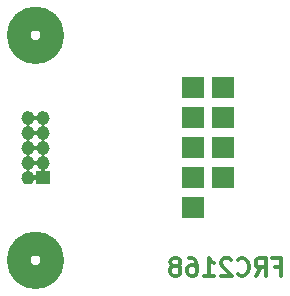
<source format=gbr>
G04 #@! TF.GenerationSoftware,KiCad,Pcbnew,(5.1.4)-1*
G04 #@! TF.CreationDate,2020-01-13T04:09:21-05:00*
G04 #@! TF.ProjectId,SRXBreakout,53525842-7265-4616-9b6f-75742e6b6963,rev?*
G04 #@! TF.SameCoordinates,Original*
G04 #@! TF.FileFunction,Soldermask,Bot*
G04 #@! TF.FilePolarity,Negative*
%FSLAX46Y46*%
G04 Gerber Fmt 4.6, Leading zero omitted, Abs format (unit mm)*
G04 Created by KiCad (PCBNEW (5.1.4)-1) date 2020-01-13 04:09:21*
%MOMM*%
%LPD*%
G04 APERTURE LIST*
%ADD10C,2.000000*%
%ADD11C,0.375000*%
%ADD12C,0.100000*%
G04 APERTURE END LIST*
D10*
X156994903Y-123825000D02*
G75*
G03X156994903Y-123825000I-1419903J0D01*
G01*
X156994903Y-104775000D02*
G75*
G03X156994903Y-104775000I-1419903J0D01*
G01*
D11*
X175846857Y-124352857D02*
X176346857Y-124352857D01*
X176346857Y-125138571D02*
X176346857Y-123638571D01*
X175632571Y-123638571D01*
X174204000Y-125138571D02*
X174704000Y-124424285D01*
X175061142Y-125138571D02*
X175061142Y-123638571D01*
X174489714Y-123638571D01*
X174346857Y-123710000D01*
X174275428Y-123781428D01*
X174204000Y-123924285D01*
X174204000Y-124138571D01*
X174275428Y-124281428D01*
X174346857Y-124352857D01*
X174489714Y-124424285D01*
X175061142Y-124424285D01*
X172704000Y-124995714D02*
X172775428Y-125067142D01*
X172989714Y-125138571D01*
X173132571Y-125138571D01*
X173346857Y-125067142D01*
X173489714Y-124924285D01*
X173561142Y-124781428D01*
X173632571Y-124495714D01*
X173632571Y-124281428D01*
X173561142Y-123995714D01*
X173489714Y-123852857D01*
X173346857Y-123710000D01*
X173132571Y-123638571D01*
X172989714Y-123638571D01*
X172775428Y-123710000D01*
X172704000Y-123781428D01*
X172132571Y-123781428D02*
X172061142Y-123710000D01*
X171918285Y-123638571D01*
X171561142Y-123638571D01*
X171418285Y-123710000D01*
X171346857Y-123781428D01*
X171275428Y-123924285D01*
X171275428Y-124067142D01*
X171346857Y-124281428D01*
X172204000Y-125138571D01*
X171275428Y-125138571D01*
X169846857Y-125138571D02*
X170704000Y-125138571D01*
X170275428Y-125138571D02*
X170275428Y-123638571D01*
X170418285Y-123852857D01*
X170561142Y-123995714D01*
X170704000Y-124067142D01*
X168561142Y-123638571D02*
X168846857Y-123638571D01*
X168989714Y-123710000D01*
X169061142Y-123781428D01*
X169204000Y-123995714D01*
X169275428Y-124281428D01*
X169275428Y-124852857D01*
X169204000Y-124995714D01*
X169132571Y-125067142D01*
X168989714Y-125138571D01*
X168704000Y-125138571D01*
X168561142Y-125067142D01*
X168489714Y-124995714D01*
X168418285Y-124852857D01*
X168418285Y-124495714D01*
X168489714Y-124352857D01*
X168561142Y-124281428D01*
X168704000Y-124210000D01*
X168989714Y-124210000D01*
X169132571Y-124281428D01*
X169204000Y-124352857D01*
X169275428Y-124495714D01*
X167561142Y-124281428D02*
X167704000Y-124210000D01*
X167775428Y-124138571D01*
X167846857Y-123995714D01*
X167846857Y-123924285D01*
X167775428Y-123781428D01*
X167704000Y-123710000D01*
X167561142Y-123638571D01*
X167275428Y-123638571D01*
X167132571Y-123710000D01*
X167061142Y-123781428D01*
X166989714Y-123924285D01*
X166989714Y-123995714D01*
X167061142Y-124138571D01*
X167132571Y-124210000D01*
X167275428Y-124281428D01*
X167561142Y-124281428D01*
X167704000Y-124352857D01*
X167775428Y-124424285D01*
X167846857Y-124567142D01*
X167846857Y-124852857D01*
X167775428Y-124995714D01*
X167704000Y-125067142D01*
X167561142Y-125138571D01*
X167275428Y-125138571D01*
X167132571Y-125067142D01*
X167061142Y-124995714D01*
X166989714Y-124852857D01*
X166989714Y-124567142D01*
X167061142Y-124424285D01*
X167132571Y-124352857D01*
X167275428Y-124281428D01*
D12*
G36*
X169811000Y-120281000D02*
G01*
X168009000Y-120281000D01*
X168009000Y-118479000D01*
X169811000Y-118479000D01*
X169811000Y-120281000D01*
X169811000Y-120281000D01*
G37*
G36*
X172351000Y-117741000D02*
G01*
X170549000Y-117741000D01*
X170549000Y-115939000D01*
X172351000Y-115939000D01*
X172351000Y-117741000D01*
X172351000Y-117741000D01*
G37*
G36*
X169811000Y-117741000D02*
G01*
X168009000Y-117741000D01*
X168009000Y-115939000D01*
X169811000Y-115939000D01*
X169811000Y-117741000D01*
X169811000Y-117741000D01*
G37*
G36*
X155048015Y-111216973D02*
G01*
X155151879Y-111248479D01*
X155179055Y-111263005D01*
X155247600Y-111299643D01*
X155331501Y-111368499D01*
X155400357Y-111452400D01*
X155436995Y-111520945D01*
X155451521Y-111548121D01*
X155455388Y-111560869D01*
X155464760Y-111583496D01*
X155478374Y-111603870D01*
X155495701Y-111621197D01*
X155516075Y-111634811D01*
X155538714Y-111644188D01*
X155562747Y-111648969D01*
X155587251Y-111648969D01*
X155611285Y-111644189D01*
X155633924Y-111634812D01*
X155654298Y-111621198D01*
X155671625Y-111603871D01*
X155685239Y-111583497D01*
X155694612Y-111560869D01*
X155698479Y-111548121D01*
X155713005Y-111520945D01*
X155749643Y-111452400D01*
X155818499Y-111368499D01*
X155902400Y-111299643D01*
X155970945Y-111263005D01*
X155998121Y-111248479D01*
X156101985Y-111216973D01*
X156182933Y-111209000D01*
X156237067Y-111209000D01*
X156318015Y-111216973D01*
X156421879Y-111248479D01*
X156449055Y-111263005D01*
X156517600Y-111299643D01*
X156601501Y-111368499D01*
X156670357Y-111452400D01*
X156706995Y-111520945D01*
X156721521Y-111548121D01*
X156753027Y-111651985D01*
X156763666Y-111760000D01*
X156753027Y-111868015D01*
X156721521Y-111971879D01*
X156721519Y-111971882D01*
X156670357Y-112067600D01*
X156601501Y-112151501D01*
X156517600Y-112220357D01*
X156449055Y-112256995D01*
X156421879Y-112271521D01*
X156409131Y-112275388D01*
X156386504Y-112284760D01*
X156366130Y-112298374D01*
X156348803Y-112315701D01*
X156335189Y-112336075D01*
X156325812Y-112358714D01*
X156321031Y-112382747D01*
X156321031Y-112407251D01*
X156325811Y-112431285D01*
X156335188Y-112453924D01*
X156348802Y-112474298D01*
X156366129Y-112491625D01*
X156386503Y-112505239D01*
X156409131Y-112514612D01*
X156421879Y-112518479D01*
X156449055Y-112533005D01*
X156517600Y-112569643D01*
X156601501Y-112638499D01*
X156670357Y-112722400D01*
X156706995Y-112790945D01*
X156721521Y-112818121D01*
X156753027Y-112921985D01*
X156763666Y-113030000D01*
X156753027Y-113138015D01*
X156721521Y-113241879D01*
X156721519Y-113241882D01*
X156670357Y-113337600D01*
X156601501Y-113421501D01*
X156517600Y-113490357D01*
X156449055Y-113526995D01*
X156421879Y-113541521D01*
X156409131Y-113545388D01*
X156386504Y-113554760D01*
X156366130Y-113568374D01*
X156348803Y-113585701D01*
X156335189Y-113606075D01*
X156325812Y-113628714D01*
X156321031Y-113652747D01*
X156321031Y-113677251D01*
X156325811Y-113701285D01*
X156335188Y-113723924D01*
X156348802Y-113744298D01*
X156366129Y-113761625D01*
X156386503Y-113775239D01*
X156409131Y-113784612D01*
X156421879Y-113788479D01*
X156449055Y-113803005D01*
X156517600Y-113839643D01*
X156601501Y-113908499D01*
X156670357Y-113992400D01*
X156706995Y-114060945D01*
X156721521Y-114088121D01*
X156753027Y-114191985D01*
X156763666Y-114300000D01*
X156753027Y-114408015D01*
X156721521Y-114511879D01*
X156721519Y-114511882D01*
X156670357Y-114607600D01*
X156601501Y-114691501D01*
X156517600Y-114760357D01*
X156449055Y-114796995D01*
X156421879Y-114811521D01*
X156409131Y-114815388D01*
X156386504Y-114824760D01*
X156366130Y-114838374D01*
X156348803Y-114855701D01*
X156335189Y-114876075D01*
X156325812Y-114898714D01*
X156321031Y-114922747D01*
X156321031Y-114947251D01*
X156325811Y-114971285D01*
X156335188Y-114993924D01*
X156348802Y-115014298D01*
X156366129Y-115031625D01*
X156386503Y-115045239D01*
X156409131Y-115054612D01*
X156421879Y-115058479D01*
X156449055Y-115073005D01*
X156517600Y-115109643D01*
X156601501Y-115178499D01*
X156670357Y-115262400D01*
X156706995Y-115330945D01*
X156721521Y-115358121D01*
X156753027Y-115461985D01*
X156763666Y-115570000D01*
X156753027Y-115678015D01*
X156721521Y-115781879D01*
X156721519Y-115781882D01*
X156670357Y-115877600D01*
X156619967Y-115939000D01*
X156601501Y-115961501D01*
X156517600Y-116030356D01*
X156473807Y-116053764D01*
X156453437Y-116067375D01*
X156436110Y-116084702D01*
X156422496Y-116105076D01*
X156413119Y-116127715D01*
X156408338Y-116151748D01*
X156408338Y-116176252D01*
X156413118Y-116200286D01*
X156422495Y-116222924D01*
X156436109Y-116243299D01*
X156453436Y-116260626D01*
X156473810Y-116274240D01*
X156496449Y-116283617D01*
X156520482Y-116288398D01*
X156532735Y-116289000D01*
X156761000Y-116289000D01*
X156761000Y-117391000D01*
X155659000Y-117391000D01*
X155659000Y-117162735D01*
X155656598Y-117138349D01*
X155649485Y-117114900D01*
X155637934Y-117093289D01*
X155622389Y-117074347D01*
X155603447Y-117058802D01*
X155581836Y-117047251D01*
X155558387Y-117040138D01*
X155534001Y-117037736D01*
X155509615Y-117040138D01*
X155486166Y-117047251D01*
X155464555Y-117058802D01*
X155445613Y-117074347D01*
X155430068Y-117093289D01*
X155423767Y-117103802D01*
X155400356Y-117147600D01*
X155400355Y-117147601D01*
X155331501Y-117231501D01*
X155247600Y-117300357D01*
X155179055Y-117336995D01*
X155151879Y-117351521D01*
X155048015Y-117383027D01*
X154967067Y-117391000D01*
X154912933Y-117391000D01*
X154831985Y-117383027D01*
X154728121Y-117351521D01*
X154700945Y-117336995D01*
X154632400Y-117300357D01*
X154548499Y-117231501D01*
X154479643Y-117147600D01*
X154440489Y-117074347D01*
X154428479Y-117051879D01*
X154396973Y-116948015D01*
X154386334Y-116840000D01*
X154396973Y-116731985D01*
X154428479Y-116628121D01*
X154468338Y-116553551D01*
X154479643Y-116532400D01*
X154548499Y-116448499D01*
X154632400Y-116379643D01*
X154700945Y-116343005D01*
X154728121Y-116328479D01*
X154740869Y-116324612D01*
X154763496Y-116315240D01*
X154783870Y-116301626D01*
X154801197Y-116284299D01*
X154814811Y-116263925D01*
X154824188Y-116241286D01*
X154828969Y-116217253D01*
X154828969Y-116192749D01*
X154828969Y-116192747D01*
X155051031Y-116192747D01*
X155051031Y-116217251D01*
X155055811Y-116241285D01*
X155065188Y-116263924D01*
X155078802Y-116284298D01*
X155096129Y-116301625D01*
X155116503Y-116315239D01*
X155139131Y-116324612D01*
X155151879Y-116328479D01*
X155179055Y-116343005D01*
X155247600Y-116379643D01*
X155331501Y-116448499D01*
X155400356Y-116532400D01*
X155423764Y-116576193D01*
X155437375Y-116596563D01*
X155454702Y-116613890D01*
X155475076Y-116627504D01*
X155497715Y-116636881D01*
X155521748Y-116641662D01*
X155546252Y-116641662D01*
X155570286Y-116636882D01*
X155592924Y-116627505D01*
X155613299Y-116613891D01*
X155630626Y-116596564D01*
X155644240Y-116576190D01*
X155653617Y-116553551D01*
X155658398Y-116529518D01*
X155659000Y-116517265D01*
X155659000Y-116289000D01*
X155887265Y-116289000D01*
X155911651Y-116286598D01*
X155935100Y-116279485D01*
X155956711Y-116267934D01*
X155975653Y-116252389D01*
X155991198Y-116233447D01*
X156002749Y-116211836D01*
X156009862Y-116188387D01*
X156012264Y-116164001D01*
X156009862Y-116139615D01*
X156002749Y-116116166D01*
X155991198Y-116094555D01*
X155975653Y-116075613D01*
X155956711Y-116060068D01*
X155946198Y-116053767D01*
X155902400Y-116030356D01*
X155818499Y-115961501D01*
X155800033Y-115939000D01*
X155749643Y-115877600D01*
X155698481Y-115781882D01*
X155698479Y-115781879D01*
X155694612Y-115769131D01*
X155685240Y-115746504D01*
X155671626Y-115726130D01*
X155654299Y-115708803D01*
X155633925Y-115695189D01*
X155611286Y-115685812D01*
X155587253Y-115681031D01*
X155562749Y-115681031D01*
X155538715Y-115685811D01*
X155516076Y-115695188D01*
X155495702Y-115708802D01*
X155478375Y-115726129D01*
X155464761Y-115746503D01*
X155455388Y-115769131D01*
X155451521Y-115781879D01*
X155451519Y-115781882D01*
X155400357Y-115877600D01*
X155331501Y-115961501D01*
X155247600Y-116030357D01*
X155192014Y-116060068D01*
X155151879Y-116081521D01*
X155139131Y-116085388D01*
X155116504Y-116094760D01*
X155096130Y-116108374D01*
X155078803Y-116125701D01*
X155065189Y-116146075D01*
X155055812Y-116168714D01*
X155051031Y-116192747D01*
X154828969Y-116192747D01*
X154824189Y-116168715D01*
X154814812Y-116146076D01*
X154801198Y-116125702D01*
X154783871Y-116108375D01*
X154763497Y-116094761D01*
X154740869Y-116085388D01*
X154728121Y-116081521D01*
X154687986Y-116060068D01*
X154632400Y-116030357D01*
X154548499Y-115961501D01*
X154479643Y-115877600D01*
X154428481Y-115781882D01*
X154428479Y-115781879D01*
X154396973Y-115678015D01*
X154386334Y-115570000D01*
X154396973Y-115461985D01*
X154428479Y-115358121D01*
X154443005Y-115330945D01*
X154479643Y-115262400D01*
X154548499Y-115178499D01*
X154632400Y-115109643D01*
X154700945Y-115073005D01*
X154728121Y-115058479D01*
X154740869Y-115054612D01*
X154763496Y-115045240D01*
X154783870Y-115031626D01*
X154801197Y-115014299D01*
X154814811Y-114993925D01*
X154824188Y-114971286D01*
X154828969Y-114947253D01*
X154828969Y-114922749D01*
X154828969Y-114922747D01*
X155051031Y-114922747D01*
X155051031Y-114947251D01*
X155055811Y-114971285D01*
X155065188Y-114993924D01*
X155078802Y-115014298D01*
X155096129Y-115031625D01*
X155116503Y-115045239D01*
X155139131Y-115054612D01*
X155151879Y-115058479D01*
X155179055Y-115073005D01*
X155247600Y-115109643D01*
X155331501Y-115178499D01*
X155400357Y-115262400D01*
X155436995Y-115330945D01*
X155451521Y-115358121D01*
X155455388Y-115370869D01*
X155464760Y-115393496D01*
X155478374Y-115413870D01*
X155495701Y-115431197D01*
X155516075Y-115444811D01*
X155538714Y-115454188D01*
X155562747Y-115458969D01*
X155587251Y-115458969D01*
X155611285Y-115454189D01*
X155633924Y-115444812D01*
X155654298Y-115431198D01*
X155671625Y-115413871D01*
X155685239Y-115393497D01*
X155694612Y-115370869D01*
X155698479Y-115358121D01*
X155713005Y-115330945D01*
X155749643Y-115262400D01*
X155818499Y-115178499D01*
X155902400Y-115109643D01*
X155970945Y-115073005D01*
X155998121Y-115058479D01*
X156010869Y-115054612D01*
X156033496Y-115045240D01*
X156053870Y-115031626D01*
X156071197Y-115014299D01*
X156084811Y-114993925D01*
X156094188Y-114971286D01*
X156098969Y-114947253D01*
X156098969Y-114922749D01*
X156094189Y-114898715D01*
X156084812Y-114876076D01*
X156071198Y-114855702D01*
X156053871Y-114838375D01*
X156033497Y-114824761D01*
X156010869Y-114815388D01*
X155998121Y-114811521D01*
X155970945Y-114796995D01*
X155902400Y-114760357D01*
X155818499Y-114691501D01*
X155749643Y-114607600D01*
X155698481Y-114511882D01*
X155698479Y-114511879D01*
X155694612Y-114499131D01*
X155685240Y-114476504D01*
X155671626Y-114456130D01*
X155654299Y-114438803D01*
X155633925Y-114425189D01*
X155611286Y-114415812D01*
X155587253Y-114411031D01*
X155562749Y-114411031D01*
X155538715Y-114415811D01*
X155516076Y-114425188D01*
X155495702Y-114438802D01*
X155478375Y-114456129D01*
X155464761Y-114476503D01*
X155455388Y-114499131D01*
X155451521Y-114511879D01*
X155451519Y-114511882D01*
X155400357Y-114607600D01*
X155331501Y-114691501D01*
X155247600Y-114760357D01*
X155179055Y-114796995D01*
X155151879Y-114811521D01*
X155139131Y-114815388D01*
X155116504Y-114824760D01*
X155096130Y-114838374D01*
X155078803Y-114855701D01*
X155065189Y-114876075D01*
X155055812Y-114898714D01*
X155051031Y-114922747D01*
X154828969Y-114922747D01*
X154824189Y-114898715D01*
X154814812Y-114876076D01*
X154801198Y-114855702D01*
X154783871Y-114838375D01*
X154763497Y-114824761D01*
X154740869Y-114815388D01*
X154728121Y-114811521D01*
X154700945Y-114796995D01*
X154632400Y-114760357D01*
X154548499Y-114691501D01*
X154479643Y-114607600D01*
X154428481Y-114511882D01*
X154428479Y-114511879D01*
X154396973Y-114408015D01*
X154386334Y-114300000D01*
X154396973Y-114191985D01*
X154428479Y-114088121D01*
X154443005Y-114060945D01*
X154479643Y-113992400D01*
X154548499Y-113908499D01*
X154632400Y-113839643D01*
X154700945Y-113803005D01*
X154728121Y-113788479D01*
X154740869Y-113784612D01*
X154763496Y-113775240D01*
X154783870Y-113761626D01*
X154801197Y-113744299D01*
X154814811Y-113723925D01*
X154824188Y-113701286D01*
X154828969Y-113677253D01*
X154828969Y-113652749D01*
X154828969Y-113652747D01*
X155051031Y-113652747D01*
X155051031Y-113677251D01*
X155055811Y-113701285D01*
X155065188Y-113723924D01*
X155078802Y-113744298D01*
X155096129Y-113761625D01*
X155116503Y-113775239D01*
X155139131Y-113784612D01*
X155151879Y-113788479D01*
X155179055Y-113803005D01*
X155247600Y-113839643D01*
X155331501Y-113908499D01*
X155400357Y-113992400D01*
X155436995Y-114060945D01*
X155451521Y-114088121D01*
X155455388Y-114100869D01*
X155464760Y-114123496D01*
X155478374Y-114143870D01*
X155495701Y-114161197D01*
X155516075Y-114174811D01*
X155538714Y-114184188D01*
X155562747Y-114188969D01*
X155587251Y-114188969D01*
X155611285Y-114184189D01*
X155633924Y-114174812D01*
X155654298Y-114161198D01*
X155671625Y-114143871D01*
X155685239Y-114123497D01*
X155694612Y-114100869D01*
X155698479Y-114088121D01*
X155713005Y-114060945D01*
X155749643Y-113992400D01*
X155818499Y-113908499D01*
X155902400Y-113839643D01*
X155970945Y-113803005D01*
X155998121Y-113788479D01*
X156010869Y-113784612D01*
X156033496Y-113775240D01*
X156053870Y-113761626D01*
X156071197Y-113744299D01*
X156084811Y-113723925D01*
X156094188Y-113701286D01*
X156098969Y-113677253D01*
X156098969Y-113652749D01*
X156094189Y-113628715D01*
X156084812Y-113606076D01*
X156071198Y-113585702D01*
X156053871Y-113568375D01*
X156033497Y-113554761D01*
X156010869Y-113545388D01*
X155998121Y-113541521D01*
X155970945Y-113526995D01*
X155902400Y-113490357D01*
X155818499Y-113421501D01*
X155749643Y-113337600D01*
X155698481Y-113241882D01*
X155698479Y-113241879D01*
X155694612Y-113229131D01*
X155685240Y-113206504D01*
X155671626Y-113186130D01*
X155654299Y-113168803D01*
X155633925Y-113155189D01*
X155611286Y-113145812D01*
X155587253Y-113141031D01*
X155562749Y-113141031D01*
X155538715Y-113145811D01*
X155516076Y-113155188D01*
X155495702Y-113168802D01*
X155478375Y-113186129D01*
X155464761Y-113206503D01*
X155455388Y-113229131D01*
X155451521Y-113241879D01*
X155451519Y-113241882D01*
X155400357Y-113337600D01*
X155331501Y-113421501D01*
X155247600Y-113490357D01*
X155179055Y-113526995D01*
X155151879Y-113541521D01*
X155139131Y-113545388D01*
X155116504Y-113554760D01*
X155096130Y-113568374D01*
X155078803Y-113585701D01*
X155065189Y-113606075D01*
X155055812Y-113628714D01*
X155051031Y-113652747D01*
X154828969Y-113652747D01*
X154824189Y-113628715D01*
X154814812Y-113606076D01*
X154801198Y-113585702D01*
X154783871Y-113568375D01*
X154763497Y-113554761D01*
X154740869Y-113545388D01*
X154728121Y-113541521D01*
X154700945Y-113526995D01*
X154632400Y-113490357D01*
X154548499Y-113421501D01*
X154479643Y-113337600D01*
X154428481Y-113241882D01*
X154428479Y-113241879D01*
X154396973Y-113138015D01*
X154386334Y-113030000D01*
X154396973Y-112921985D01*
X154428479Y-112818121D01*
X154443005Y-112790945D01*
X154479643Y-112722400D01*
X154548499Y-112638499D01*
X154632400Y-112569643D01*
X154700945Y-112533005D01*
X154728121Y-112518479D01*
X154740869Y-112514612D01*
X154763496Y-112505240D01*
X154783870Y-112491626D01*
X154801197Y-112474299D01*
X154814811Y-112453925D01*
X154824188Y-112431286D01*
X154828969Y-112407253D01*
X154828969Y-112382749D01*
X154828969Y-112382747D01*
X155051031Y-112382747D01*
X155051031Y-112407251D01*
X155055811Y-112431285D01*
X155065188Y-112453924D01*
X155078802Y-112474298D01*
X155096129Y-112491625D01*
X155116503Y-112505239D01*
X155139131Y-112514612D01*
X155151879Y-112518479D01*
X155179055Y-112533005D01*
X155247600Y-112569643D01*
X155331501Y-112638499D01*
X155400357Y-112722400D01*
X155436995Y-112790945D01*
X155451521Y-112818121D01*
X155455388Y-112830869D01*
X155464760Y-112853496D01*
X155478374Y-112873870D01*
X155495701Y-112891197D01*
X155516075Y-112904811D01*
X155538714Y-112914188D01*
X155562747Y-112918969D01*
X155587251Y-112918969D01*
X155611285Y-112914189D01*
X155633924Y-112904812D01*
X155654298Y-112891198D01*
X155671625Y-112873871D01*
X155685239Y-112853497D01*
X155694612Y-112830869D01*
X155698479Y-112818121D01*
X155713005Y-112790945D01*
X155749643Y-112722400D01*
X155818499Y-112638499D01*
X155902400Y-112569643D01*
X155970945Y-112533005D01*
X155998121Y-112518479D01*
X156010869Y-112514612D01*
X156033496Y-112505240D01*
X156053870Y-112491626D01*
X156071197Y-112474299D01*
X156084811Y-112453925D01*
X156094188Y-112431286D01*
X156098969Y-112407253D01*
X156098969Y-112382749D01*
X156094189Y-112358715D01*
X156084812Y-112336076D01*
X156071198Y-112315702D01*
X156053871Y-112298375D01*
X156033497Y-112284761D01*
X156010869Y-112275388D01*
X155998121Y-112271521D01*
X155970945Y-112256995D01*
X155902400Y-112220357D01*
X155818499Y-112151501D01*
X155749643Y-112067600D01*
X155698481Y-111971882D01*
X155698479Y-111971879D01*
X155694612Y-111959131D01*
X155685240Y-111936504D01*
X155671626Y-111916130D01*
X155654299Y-111898803D01*
X155633925Y-111885189D01*
X155611286Y-111875812D01*
X155587253Y-111871031D01*
X155562749Y-111871031D01*
X155538715Y-111875811D01*
X155516076Y-111885188D01*
X155495702Y-111898802D01*
X155478375Y-111916129D01*
X155464761Y-111936503D01*
X155455388Y-111959131D01*
X155451521Y-111971879D01*
X155451519Y-111971882D01*
X155400357Y-112067600D01*
X155331501Y-112151501D01*
X155247600Y-112220357D01*
X155179055Y-112256995D01*
X155151879Y-112271521D01*
X155139131Y-112275388D01*
X155116504Y-112284760D01*
X155096130Y-112298374D01*
X155078803Y-112315701D01*
X155065189Y-112336075D01*
X155055812Y-112358714D01*
X155051031Y-112382747D01*
X154828969Y-112382747D01*
X154824189Y-112358715D01*
X154814812Y-112336076D01*
X154801198Y-112315702D01*
X154783871Y-112298375D01*
X154763497Y-112284761D01*
X154740869Y-112275388D01*
X154728121Y-112271521D01*
X154700945Y-112256995D01*
X154632400Y-112220357D01*
X154548499Y-112151501D01*
X154479643Y-112067600D01*
X154428481Y-111971882D01*
X154428479Y-111971879D01*
X154396973Y-111868015D01*
X154386334Y-111760000D01*
X154396973Y-111651985D01*
X154428479Y-111548121D01*
X154443005Y-111520945D01*
X154479643Y-111452400D01*
X154548499Y-111368499D01*
X154632400Y-111299643D01*
X154700945Y-111263005D01*
X154728121Y-111248479D01*
X154831985Y-111216973D01*
X154912933Y-111209000D01*
X154967067Y-111209000D01*
X155048015Y-111216973D01*
X155048015Y-111216973D01*
G37*
G36*
X172351000Y-115201000D02*
G01*
X170549000Y-115201000D01*
X170549000Y-113399000D01*
X172351000Y-113399000D01*
X172351000Y-115201000D01*
X172351000Y-115201000D01*
G37*
G36*
X169811000Y-115201000D02*
G01*
X168009000Y-115201000D01*
X168009000Y-113399000D01*
X169811000Y-113399000D01*
X169811000Y-115201000D01*
X169811000Y-115201000D01*
G37*
G36*
X172351000Y-112661000D02*
G01*
X170549000Y-112661000D01*
X170549000Y-110859000D01*
X172351000Y-110859000D01*
X172351000Y-112661000D01*
X172351000Y-112661000D01*
G37*
G36*
X169811000Y-112661000D02*
G01*
X168009000Y-112661000D01*
X168009000Y-110859000D01*
X169811000Y-110859000D01*
X169811000Y-112661000D01*
X169811000Y-112661000D01*
G37*
G36*
X169811000Y-110121000D02*
G01*
X168009000Y-110121000D01*
X168009000Y-108319000D01*
X169811000Y-108319000D01*
X169811000Y-110121000D01*
X169811000Y-110121000D01*
G37*
G36*
X172351000Y-110121000D02*
G01*
X170549000Y-110121000D01*
X170549000Y-108319000D01*
X172351000Y-108319000D01*
X172351000Y-110121000D01*
X172351000Y-110121000D01*
G37*
M02*

</source>
